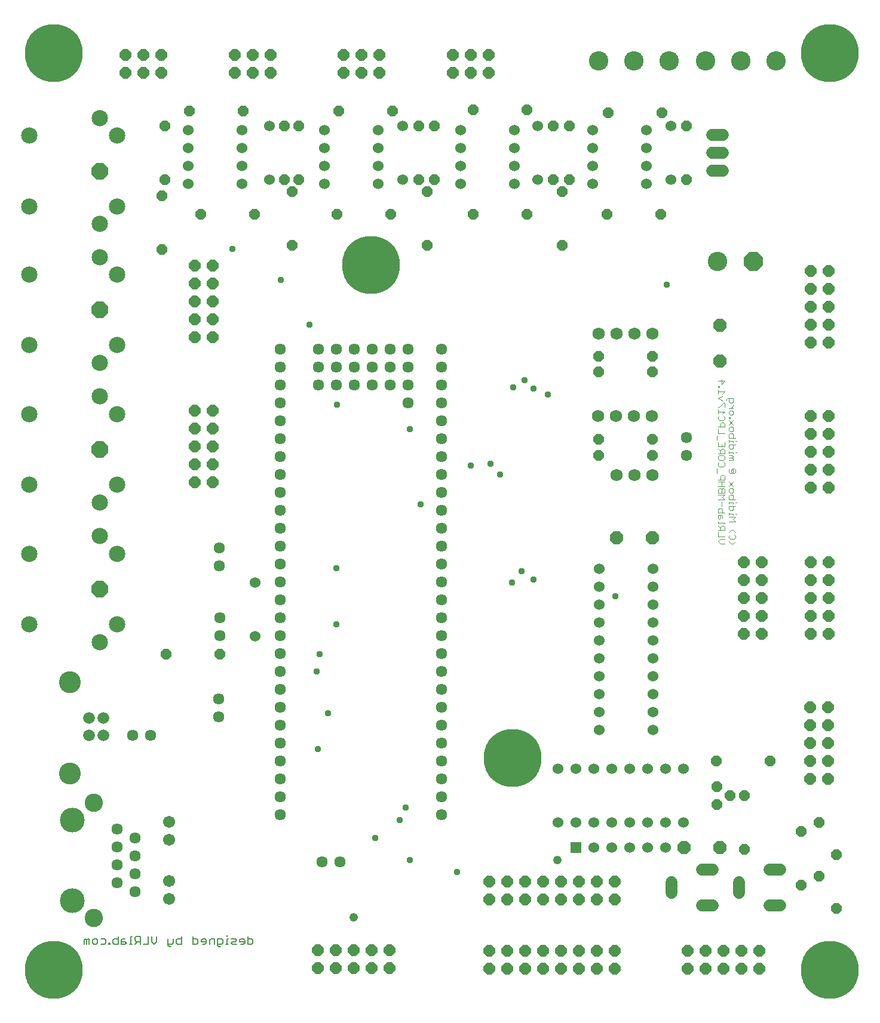
<source format=gbs>
G75*
%MOIN*%
%OFA0B0*%
%FSLAX24Y24*%
%IPPOS*%
%LPD*%
%AMOC8*
5,1,8,0,0,1.08239X$1,22.5*
%
%ADD10C,0.0634*%
%ADD11C,0.0600*%
%ADD12R,0.0600X0.0600*%
%ADD13OC8,0.0710*%
%ADD14C,0.1080*%
%ADD15OC8,0.1080*%
%ADD16C,0.0680*%
%ADD17C,0.0654*%
%ADD18C,0.1222*%
%ADD19OC8,0.0640*%
%ADD20OC8,0.0600*%
%ADD21C,0.0680*%
%ADD22C,0.1025*%
%ADD23C,0.0674*%
%ADD24C,0.1379*%
%ADD25C,0.0080*%
%ADD26C,0.3230*%
%ADD27OC8,0.0907*%
%ADD28C,0.0907*%
%ADD29C,0.0030*%
%ADD30C,0.0370*%
%ADD31C,0.0476*%
D10*
X011220Y009761D03*
X011220Y010761D03*
X011220Y011761D03*
X011220Y012761D03*
X012220Y012261D03*
X012220Y011261D03*
X012220Y010261D03*
X012220Y009261D03*
X012061Y017988D03*
X013061Y017988D03*
X016877Y019021D03*
X016877Y020021D03*
X020321Y019565D03*
X020321Y020565D03*
X020321Y021565D03*
X020321Y022565D03*
X020321Y023565D03*
X020321Y024565D03*
X020321Y025565D03*
X020321Y026565D03*
X020321Y027565D03*
X020321Y028565D03*
X020321Y029565D03*
X020321Y030565D03*
X020321Y031565D03*
X020321Y032565D03*
X020321Y033565D03*
X020321Y034565D03*
X020321Y035565D03*
X020321Y036565D03*
X020321Y037565D03*
X020321Y038565D03*
X020321Y039565D03*
X022455Y039565D03*
X022451Y038565D03*
X023449Y038565D03*
X023455Y039565D03*
X024449Y039565D03*
X024449Y038565D03*
X025449Y038565D03*
X025449Y039565D03*
X026449Y039565D03*
X027449Y039565D03*
X027449Y038565D03*
X026449Y038565D03*
X026449Y037565D03*
X027449Y037565D03*
X027449Y036565D03*
X025449Y037565D03*
X024449Y037565D03*
X023449Y037565D03*
X022455Y037565D03*
X029321Y037565D03*
X029321Y038565D03*
X029321Y039565D03*
X029321Y036565D03*
X029321Y035565D03*
X029321Y034565D03*
X029321Y033565D03*
X029321Y032565D03*
X029321Y031565D03*
X029321Y030565D03*
X029321Y029565D03*
X029321Y028565D03*
X029321Y027565D03*
X029321Y026565D03*
X029321Y025565D03*
X029321Y024565D03*
X029321Y023565D03*
X029321Y022565D03*
X029321Y021565D03*
X029321Y020565D03*
X029321Y019565D03*
X029321Y018565D03*
X029321Y017565D03*
X029321Y016565D03*
X029321Y015565D03*
X029321Y014565D03*
X029321Y013565D03*
X023628Y010941D03*
X022628Y010941D03*
X020321Y013565D03*
X020321Y014565D03*
X020321Y015565D03*
X020321Y016565D03*
X020321Y017565D03*
X020321Y018565D03*
X016935Y023566D03*
X016935Y024566D03*
X016908Y027481D03*
X016908Y028481D03*
X042988Y033641D03*
X042988Y034641D03*
D11*
X041109Y027297D03*
X041109Y026297D03*
X041109Y025297D03*
X041109Y024297D03*
X041109Y023297D03*
X041109Y022297D03*
X041109Y021297D03*
X041109Y020297D03*
X041109Y019297D03*
X041109Y018297D03*
X040808Y016121D03*
X039808Y016121D03*
X038808Y016121D03*
X037808Y016121D03*
X036808Y016121D03*
X035808Y016121D03*
X038109Y018297D03*
X038109Y019297D03*
X038109Y020297D03*
X038109Y021297D03*
X038109Y022297D03*
X038109Y023297D03*
X038109Y024297D03*
X038109Y025297D03*
X038109Y026297D03*
X038109Y027297D03*
X041808Y016121D03*
X042808Y016121D03*
X042808Y013121D03*
X041808Y013121D03*
X040808Y013121D03*
X039808Y013121D03*
X038808Y013121D03*
X037808Y013121D03*
X036808Y013121D03*
X035808Y013121D03*
X037808Y011741D03*
X038808Y011741D03*
X039808Y011741D03*
X040808Y011741D03*
X041808Y011741D03*
X018899Y023548D03*
X018899Y026548D03*
X018168Y048801D03*
X018168Y049801D03*
X018168Y050801D03*
X018168Y051801D03*
X019708Y052041D03*
X019708Y049041D03*
X022768Y048801D03*
X022768Y049801D03*
X022768Y050801D03*
X022768Y051801D03*
X025768Y051801D03*
X025768Y050801D03*
X025768Y049801D03*
X025768Y048801D03*
X027128Y049041D03*
X027128Y052041D03*
X030368Y051801D03*
X030368Y050801D03*
X030368Y049801D03*
X030368Y048801D03*
X033368Y048801D03*
X033368Y049801D03*
X033368Y050801D03*
X033368Y051801D03*
X034668Y052041D03*
X034668Y049041D03*
X037728Y048801D03*
X037728Y049801D03*
X037728Y050801D03*
X037728Y051801D03*
X040728Y051801D03*
X040728Y050801D03*
X040728Y049801D03*
X040728Y048801D03*
X042108Y049041D03*
X042108Y052041D03*
X015168Y051801D03*
X015168Y050801D03*
X015168Y049801D03*
X015168Y048801D03*
D12*
X036808Y011741D03*
D13*
X042830Y011719D03*
X044830Y011719D03*
X041078Y029024D03*
X039078Y029024D03*
X044828Y038901D03*
X044828Y040901D03*
D14*
X044708Y044461D03*
X044040Y055681D03*
X046008Y055681D03*
X047977Y055681D03*
X042017Y055681D03*
X040048Y055681D03*
X038080Y055681D03*
D15*
X046708Y044461D03*
D16*
X045024Y049548D02*
X044424Y049548D01*
X044424Y050548D02*
X045024Y050548D01*
X045024Y051548D02*
X044424Y051548D01*
X044448Y010501D02*
X043848Y010501D01*
X042148Y009801D02*
X042148Y009201D01*
X043848Y008501D02*
X044448Y008501D01*
X045908Y009201D02*
X045908Y009801D01*
X047608Y010501D02*
X048208Y010501D01*
X048208Y008501D02*
X047608Y008501D01*
D17*
X010429Y017992D03*
X009641Y017992D03*
X009641Y018976D03*
X010429Y018976D03*
D18*
X008574Y020972D03*
X008574Y015854D03*
D19*
X022408Y005989D03*
X023408Y005989D03*
X024408Y005989D03*
X025408Y005989D03*
X026408Y005989D03*
X026408Y004989D03*
X025408Y004989D03*
X024408Y004989D03*
X023408Y004989D03*
X022408Y004989D03*
X031968Y004981D03*
X031968Y005981D03*
X032968Y005981D03*
X033968Y005981D03*
X034968Y005981D03*
X035968Y005981D03*
X036968Y005981D03*
X037968Y005981D03*
X038968Y005981D03*
X038968Y004981D03*
X037968Y004981D03*
X036968Y004981D03*
X035968Y004981D03*
X034968Y004981D03*
X033968Y004981D03*
X032968Y004981D03*
X032968Y008841D03*
X032968Y009841D03*
X033968Y009841D03*
X033968Y008841D03*
X034968Y008841D03*
X034968Y009841D03*
X035968Y009841D03*
X035968Y008841D03*
X036968Y008841D03*
X036968Y009841D03*
X037968Y009841D03*
X037968Y008841D03*
X038968Y008841D03*
X038968Y009841D03*
X043048Y005981D03*
X044048Y005981D03*
X045048Y005981D03*
X046048Y005981D03*
X047048Y005981D03*
X047048Y004981D03*
X046048Y004981D03*
X045048Y004981D03*
X044048Y004981D03*
X043048Y004981D03*
X049868Y015561D03*
X049868Y016561D03*
X049868Y017561D03*
X049868Y018561D03*
X049868Y019561D03*
X050868Y019561D03*
X050868Y018561D03*
X050868Y017561D03*
X050868Y016561D03*
X050868Y015561D03*
X050908Y023681D03*
X050908Y024681D03*
X050908Y025681D03*
X050908Y026681D03*
X050908Y027681D03*
X049908Y027681D03*
X049908Y026681D03*
X049908Y025681D03*
X049908Y024681D03*
X049908Y023681D03*
X047168Y023661D03*
X047168Y024661D03*
X047168Y025661D03*
X047168Y026661D03*
X047168Y027661D03*
X046168Y027661D03*
X046168Y026661D03*
X046168Y025661D03*
X046168Y024661D03*
X046168Y023661D03*
X049908Y031821D03*
X049908Y032821D03*
X049908Y033821D03*
X049908Y034821D03*
X049908Y035821D03*
X050908Y035821D03*
X050908Y034821D03*
X050908Y033821D03*
X050908Y032821D03*
X050908Y031821D03*
X050908Y039921D03*
X050908Y040921D03*
X050908Y041921D03*
X050908Y042921D03*
X050908Y043921D03*
X049908Y043921D03*
X049908Y042921D03*
X049908Y041921D03*
X049908Y040921D03*
X049908Y039921D03*
X031928Y055001D03*
X031928Y056001D03*
X030928Y056001D03*
X029928Y056001D03*
X029928Y055001D03*
X030928Y055001D03*
X025848Y055001D03*
X024848Y055001D03*
X024848Y056001D03*
X025848Y056001D03*
X023848Y056001D03*
X023848Y055001D03*
X019768Y055001D03*
X019768Y056001D03*
X018768Y056001D03*
X017768Y056001D03*
X017768Y055001D03*
X018768Y055001D03*
X013688Y055001D03*
X013688Y056001D03*
X012688Y056001D03*
X011688Y056001D03*
X011688Y055001D03*
X012688Y055001D03*
X015528Y044221D03*
X015528Y043221D03*
X016528Y043221D03*
X016528Y044221D03*
X016528Y042221D03*
X015528Y042221D03*
X015528Y041221D03*
X015528Y040221D03*
X016528Y040221D03*
X016528Y041221D03*
X016528Y036141D03*
X015528Y036141D03*
X015528Y035141D03*
X016528Y035141D03*
X016528Y034141D03*
X015528Y034141D03*
X015528Y033141D03*
X015528Y032141D03*
X016528Y032141D03*
X016528Y033141D03*
X031968Y009841D03*
X031968Y008841D03*
D20*
X044668Y014121D03*
X044668Y015121D03*
X045418Y014621D03*
X046208Y014621D03*
X047628Y016561D03*
X044628Y016561D03*
X046208Y011621D03*
X049371Y012633D03*
X050363Y013123D03*
X051347Y011347D03*
X050363Y010123D03*
X049371Y009633D03*
X051347Y008347D03*
X041079Y033646D03*
X041062Y034536D03*
X038062Y034536D03*
X038079Y033646D03*
X038068Y038301D03*
X038068Y039181D03*
X041068Y039181D03*
X041068Y038301D03*
X036028Y045381D03*
X034088Y047101D03*
X036028Y048381D03*
X036428Y049041D03*
X035548Y049041D03*
X035548Y052041D03*
X036428Y052041D03*
X038608Y052781D03*
X041608Y052781D03*
X042988Y052041D03*
X042988Y049041D03*
X041528Y047101D03*
X038528Y047101D03*
X034088Y052941D03*
X031088Y052941D03*
X028908Y052041D03*
X028028Y052041D03*
X026568Y052861D03*
X023568Y052861D03*
X021348Y052041D03*
X020548Y052041D03*
X018248Y052861D03*
X015248Y052861D03*
X013868Y052041D03*
X013868Y049041D03*
X013708Y048121D03*
X015888Y047101D03*
X013708Y045121D03*
X018888Y047101D03*
X020988Y048361D03*
X021348Y049041D03*
X020548Y049041D03*
X023488Y047101D03*
X020988Y045361D03*
X026488Y047101D03*
X028508Y048381D03*
X028908Y049041D03*
X028028Y049041D03*
X031088Y047101D03*
X028508Y045381D03*
X016944Y022533D03*
X013944Y022533D03*
D21*
X038047Y035823D03*
X039047Y035823D03*
X040047Y035823D03*
X041047Y035823D03*
X041068Y032541D03*
X040068Y032541D03*
X039068Y032541D03*
X039068Y040441D03*
X038068Y040441D03*
X040068Y040441D03*
X041068Y040441D03*
D22*
X009921Y014230D03*
X009921Y007793D03*
D23*
X014122Y008860D03*
X014122Y009860D03*
X014122Y012163D03*
X014122Y013163D03*
D24*
X008720Y013261D03*
X008720Y008761D03*
D25*
X009447Y006621D02*
X009377Y006551D01*
X009377Y006341D01*
X009517Y006341D02*
X009517Y006551D01*
X009447Y006621D01*
X009517Y006551D02*
X009587Y006621D01*
X009657Y006621D01*
X009657Y006341D01*
X009837Y006411D02*
X009837Y006551D01*
X009907Y006621D01*
X010048Y006621D01*
X010118Y006551D01*
X010118Y006411D01*
X010048Y006341D01*
X009907Y006341D01*
X009837Y006411D01*
X010298Y006341D02*
X010508Y006341D01*
X010578Y006411D01*
X010578Y006551D01*
X010508Y006621D01*
X010298Y006621D01*
X010738Y006411D02*
X010738Y006341D01*
X010808Y006341D01*
X010808Y006411D01*
X010738Y006411D01*
X010988Y006411D02*
X011058Y006341D01*
X011269Y006341D01*
X011269Y006761D01*
X011269Y006621D02*
X011058Y006621D01*
X010988Y006551D01*
X010988Y006411D01*
X011449Y006481D02*
X011659Y006481D01*
X011729Y006411D01*
X011659Y006341D01*
X011449Y006341D01*
X011449Y006551D01*
X011519Y006621D01*
X011659Y006621D01*
X011966Y006761D02*
X011966Y006341D01*
X012036Y006341D02*
X011896Y006341D01*
X012216Y006341D02*
X012356Y006481D01*
X012286Y006481D02*
X012496Y006481D01*
X012496Y006341D02*
X012496Y006761D01*
X012286Y006761D01*
X012216Y006691D01*
X012216Y006551D01*
X012286Y006481D01*
X012036Y006761D02*
X011966Y006761D01*
X012676Y006341D02*
X012957Y006341D01*
X012957Y006761D01*
X013137Y006761D02*
X013137Y006481D01*
X013277Y006341D01*
X013417Y006481D01*
X013417Y006761D01*
X014058Y006621D02*
X014058Y006270D01*
X014128Y006200D01*
X014198Y006200D01*
X014268Y006341D02*
X014058Y006341D01*
X014268Y006341D02*
X014338Y006411D01*
X014338Y006621D01*
X014518Y006551D02*
X014588Y006621D01*
X014798Y006621D01*
X014798Y006761D02*
X014798Y006341D01*
X014588Y006341D01*
X014518Y006411D01*
X014518Y006551D01*
X015439Y006621D02*
X015649Y006621D01*
X015719Y006551D01*
X015719Y006411D01*
X015649Y006341D01*
X015439Y006341D01*
X015439Y006761D01*
X015899Y006551D02*
X015899Y006481D01*
X016179Y006481D01*
X016179Y006551D02*
X016109Y006621D01*
X015969Y006621D01*
X015899Y006551D01*
X015969Y006341D02*
X016109Y006341D01*
X016179Y006411D01*
X016179Y006551D01*
X016360Y006551D02*
X016360Y006341D01*
X016360Y006551D02*
X016430Y006621D01*
X016640Y006621D01*
X016640Y006341D01*
X016820Y006341D02*
X017030Y006341D01*
X017100Y006411D01*
X017100Y006551D01*
X017030Y006621D01*
X016820Y006621D01*
X016820Y006270D01*
X016890Y006200D01*
X016960Y006200D01*
X017267Y006341D02*
X017407Y006341D01*
X017337Y006341D02*
X017337Y006621D01*
X017407Y006621D01*
X017337Y006761D02*
X017337Y006831D01*
X017587Y006621D02*
X017797Y006621D01*
X017868Y006551D01*
X017797Y006481D01*
X017657Y006481D01*
X017587Y006411D01*
X017657Y006341D01*
X017868Y006341D01*
X018048Y006481D02*
X018328Y006481D01*
X018328Y006551D02*
X018258Y006621D01*
X018118Y006621D01*
X018048Y006551D01*
X018048Y006481D01*
X018118Y006341D02*
X018258Y006341D01*
X018328Y006411D01*
X018328Y006551D01*
X018508Y006621D02*
X018718Y006621D01*
X018788Y006551D01*
X018788Y006411D01*
X018718Y006341D01*
X018508Y006341D01*
X018508Y006761D01*
D26*
X007677Y004909D03*
X033267Y016720D03*
X050984Y004909D03*
X025393Y044279D03*
X007677Y056090D03*
X050984Y056090D03*
D27*
X010236Y049515D03*
X010236Y041759D03*
X010236Y033964D03*
X010236Y026169D03*
D28*
X011220Y024200D03*
X010236Y023216D03*
X006299Y024200D03*
X006299Y028137D03*
X006299Y031996D03*
X006299Y035933D03*
X006299Y039791D03*
X006299Y043728D03*
X006299Y047547D03*
X006299Y051484D03*
X010236Y052468D03*
X011220Y051484D03*
X011220Y047547D03*
X010236Y046563D03*
X010236Y044712D03*
X011220Y043728D03*
X011220Y039791D03*
X010236Y038807D03*
X010236Y036917D03*
X011220Y035933D03*
X011220Y031996D03*
X010236Y031011D03*
X010236Y029122D03*
X011220Y028137D03*
D29*
X044743Y028839D02*
X044867Y028962D01*
X045114Y028962D01*
X045114Y029084D02*
X044743Y029084D01*
X044743Y029331D01*
X044743Y029452D02*
X045114Y029452D01*
X045114Y029637D01*
X045052Y029699D01*
X044928Y029699D01*
X044867Y029637D01*
X044867Y029452D01*
X044867Y029576D02*
X044743Y029699D01*
X044743Y029820D02*
X044743Y029944D01*
X044743Y029882D02*
X045114Y029882D01*
X045114Y029820D01*
X045343Y029943D02*
X045714Y029943D01*
X045590Y030067D01*
X045714Y030190D01*
X045343Y030190D01*
X045343Y030312D02*
X045343Y030435D01*
X045343Y030373D02*
X045590Y030373D01*
X045590Y030312D01*
X045714Y030373D02*
X045775Y030373D01*
X045590Y030619D02*
X045590Y030804D01*
X045590Y030925D02*
X045590Y030987D01*
X045343Y030987D01*
X045343Y030925D02*
X045343Y031049D01*
X045343Y031171D02*
X045343Y031356D01*
X045405Y031418D01*
X045528Y031418D01*
X045590Y031356D01*
X045590Y031171D01*
X045714Y031171D02*
X045343Y031171D01*
X045114Y031171D02*
X044990Y031294D01*
X045114Y031418D01*
X044743Y031418D01*
X044743Y031539D02*
X044743Y031724D01*
X044805Y031786D01*
X044867Y031786D01*
X044928Y031724D01*
X044928Y031539D01*
X044743Y031539D02*
X045114Y031539D01*
X045114Y031724D01*
X045052Y031786D01*
X044990Y031786D01*
X044928Y031724D01*
X044928Y031908D02*
X044928Y032154D01*
X044867Y032276D02*
X044867Y032461D01*
X044928Y032523D01*
X045052Y032523D01*
X045114Y032461D01*
X045114Y032276D01*
X044743Y032276D01*
X044743Y032154D02*
X045114Y032154D01*
X045343Y032154D02*
X045590Y031908D01*
X045528Y031786D02*
X045590Y031724D01*
X045590Y031601D01*
X045528Y031539D01*
X045405Y031539D01*
X045343Y031601D01*
X045343Y031724D01*
X045405Y031786D01*
X045528Y031786D01*
X045343Y031908D02*
X045590Y032154D01*
X045652Y032644D02*
X045714Y032706D01*
X045714Y032829D01*
X045652Y032891D01*
X045528Y032891D01*
X045467Y032829D01*
X045590Y032829D01*
X045590Y032706D01*
X045467Y032706D01*
X045467Y032829D01*
X045405Y032891D02*
X045343Y032829D01*
X045343Y032706D01*
X045405Y032644D01*
X045652Y032644D01*
X045114Y033074D02*
X045114Y033198D01*
X045052Y033259D01*
X045052Y033381D02*
X044805Y033381D01*
X044743Y033443D01*
X044743Y033566D01*
X044805Y033628D01*
X045052Y033628D01*
X045114Y033566D01*
X045114Y033443D01*
X045052Y033381D01*
X044805Y033259D02*
X044743Y033198D01*
X044743Y033074D01*
X044805Y033013D01*
X045052Y033013D01*
X045114Y033074D01*
X045343Y033381D02*
X045590Y033381D01*
X045590Y033443D01*
X045528Y033504D01*
X045590Y033566D01*
X045528Y033628D01*
X045343Y033628D01*
X045343Y033749D02*
X045343Y033873D01*
X045343Y033811D02*
X045590Y033811D01*
X045590Y033749D01*
X045714Y033811D02*
X045775Y033811D01*
X045590Y034056D02*
X045590Y034242D01*
X045590Y034363D02*
X045590Y034425D01*
X045343Y034425D01*
X045343Y034486D02*
X045343Y034363D01*
X045343Y034242D02*
X045343Y034056D01*
X045405Y033995D01*
X045528Y033995D01*
X045590Y034056D01*
X045714Y034242D02*
X045343Y034242D01*
X045114Y034364D02*
X045114Y034117D01*
X044743Y034117D01*
X044743Y034364D01*
X044682Y034486D02*
X044682Y034733D01*
X044743Y034854D02*
X044743Y035101D01*
X044743Y035222D02*
X045114Y035222D01*
X045114Y035408D01*
X045052Y035469D01*
X044928Y035469D01*
X044867Y035408D01*
X044867Y035222D01*
X044805Y035591D02*
X044743Y035652D01*
X044743Y035776D01*
X044805Y035838D01*
X044743Y035959D02*
X044743Y036206D01*
X044743Y036327D02*
X044805Y036327D01*
X045052Y036574D01*
X045114Y036574D01*
X045114Y036327D01*
X045343Y036266D02*
X045590Y036266D01*
X045467Y036266D02*
X045590Y036389D01*
X045590Y036451D01*
X045528Y036573D02*
X045405Y036573D01*
X045343Y036635D01*
X045343Y036820D01*
X045282Y036820D02*
X045590Y036820D01*
X045590Y036635D01*
X045528Y036573D01*
X045220Y036696D02*
X045220Y036758D01*
X045282Y036820D01*
X044990Y036943D02*
X044743Y036819D01*
X044990Y036696D01*
X044990Y037064D02*
X045114Y037187D01*
X044743Y037187D01*
X044743Y037064D02*
X044743Y037311D01*
X044743Y037432D02*
X044743Y037494D01*
X044805Y037494D01*
X044805Y037432D01*
X044743Y037432D01*
X044928Y037616D02*
X044928Y037863D01*
X044743Y037802D02*
X045114Y037802D01*
X044928Y037616D01*
X045405Y036145D02*
X045528Y036145D01*
X045590Y036083D01*
X045590Y035959D01*
X045528Y035898D01*
X045405Y035898D01*
X045343Y035959D01*
X045343Y036083D01*
X045405Y036145D01*
X045114Y036083D02*
X044743Y036083D01*
X044990Y035959D02*
X045114Y036083D01*
X045052Y035838D02*
X045114Y035776D01*
X045114Y035652D01*
X045052Y035591D01*
X044805Y035591D01*
X045343Y035592D02*
X045590Y035345D01*
X045528Y035224D02*
X045590Y035162D01*
X045590Y035039D01*
X045528Y034977D01*
X045405Y034977D01*
X045343Y035039D01*
X045343Y035162D01*
X045405Y035224D01*
X045528Y035224D01*
X045343Y035345D02*
X045590Y035592D01*
X045405Y035714D02*
X045405Y035775D01*
X045343Y035775D01*
X045343Y035714D01*
X045405Y035714D01*
X045405Y034855D02*
X045528Y034855D01*
X045590Y034794D01*
X045590Y034609D01*
X045714Y034609D02*
X045343Y034609D01*
X045343Y034794D01*
X045405Y034855D01*
X045114Y034854D02*
X044743Y034854D01*
X044928Y034241D02*
X044928Y034117D01*
X044928Y033996D02*
X044867Y033934D01*
X044867Y033749D01*
X044867Y033873D02*
X044743Y033996D01*
X044928Y033996D02*
X045052Y033996D01*
X045114Y033934D01*
X045114Y033749D01*
X044743Y033749D01*
X044682Y032891D02*
X044682Y032644D01*
X044743Y031908D02*
X045114Y031908D01*
X045114Y031171D02*
X044743Y031171D01*
X044928Y031050D02*
X044928Y030803D01*
X044928Y030681D02*
X044990Y030620D01*
X044990Y030434D01*
X045114Y030434D02*
X044743Y030434D01*
X044743Y030620D01*
X044805Y030681D01*
X044928Y030681D01*
X044928Y030313D02*
X044743Y030313D01*
X044743Y030128D01*
X044805Y030066D01*
X044867Y030128D01*
X044867Y030313D01*
X044928Y030313D02*
X044990Y030251D01*
X044990Y030128D01*
X045405Y030557D02*
X045528Y030557D01*
X045590Y030619D01*
X045405Y030557D02*
X045343Y030619D01*
X045343Y030804D01*
X045714Y030804D01*
X045714Y030987D02*
X045775Y030987D01*
X045590Y029453D02*
X045714Y029329D01*
X045652Y029208D02*
X045714Y029146D01*
X045714Y029023D01*
X045652Y028961D01*
X045405Y028961D01*
X045343Y029023D01*
X045343Y029146D01*
X045405Y029208D01*
X045343Y029329D02*
X045467Y029453D01*
X045590Y029453D01*
X045714Y028839D02*
X045590Y028716D01*
X045467Y028716D01*
X045343Y028839D01*
X045114Y028716D02*
X044867Y028716D01*
X044743Y028839D01*
X045343Y033504D02*
X045528Y033504D01*
X045714Y034425D02*
X045775Y034425D01*
D30*
X041868Y043181D03*
X035228Y037021D03*
X034448Y037381D03*
X033948Y037821D03*
X033308Y037421D03*
X032028Y033181D03*
X032578Y032571D03*
X030928Y033081D03*
X028158Y030911D03*
X027548Y035101D03*
X023468Y036461D03*
X021948Y040941D03*
X020348Y043421D03*
X017628Y045181D03*
X023458Y027341D03*
X023458Y024191D03*
X022508Y022541D03*
X022348Y021581D03*
X022968Y019241D03*
X022408Y017241D03*
X025608Y012281D03*
X026988Y013261D03*
X027308Y013981D03*
X027528Y011021D03*
X030188Y010381D03*
X039008Y025781D03*
X034428Y026701D03*
X033788Y027181D03*
X033228Y026541D03*
D31*
X035788Y011021D03*
X024408Y007841D03*
M02*

</source>
